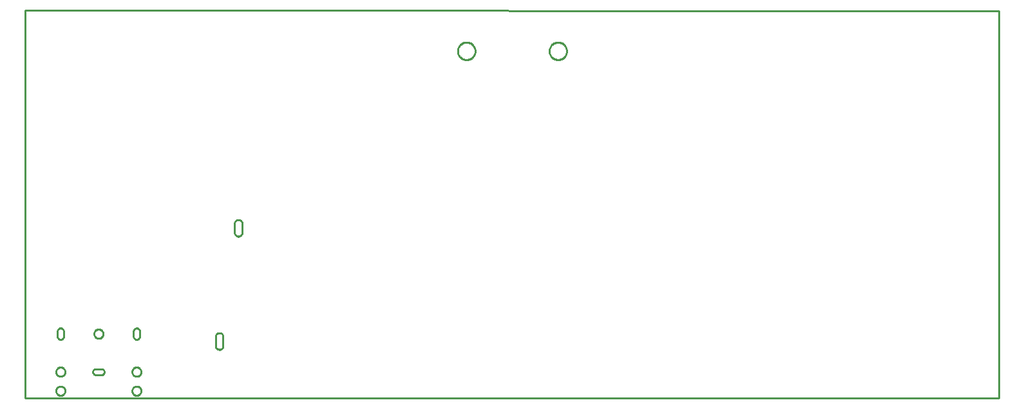
<source format=gbr>
G04 EAGLE Gerber RS-274X export*
G75*
%MOMM*%
%FSLAX34Y34*%
%LPD*%
%IN*%
%IPPOS*%
%AMOC8*
5,1,8,0,0,1.08239X$1,22.5*%
G01*
%ADD10C,0.254000*%


D10*
X0Y0D02*
X1280000Y0D01*
X1280000Y510000D01*
X0Y510630D01*
X0Y0D01*
X275000Y218184D02*
X275019Y217748D01*
X275076Y217316D01*
X275170Y216890D01*
X275302Y216474D01*
X275468Y216071D01*
X275670Y215684D01*
X275904Y215316D01*
X276170Y214970D01*
X276464Y214648D01*
X276786Y214354D01*
X277132Y214088D01*
X277500Y213854D01*
X277887Y213652D01*
X278290Y213486D01*
X278706Y213354D01*
X279132Y213260D01*
X279564Y213203D01*
X280000Y213184D01*
X280436Y213203D01*
X280868Y213260D01*
X281294Y213354D01*
X281710Y213486D01*
X282113Y213652D01*
X282500Y213854D01*
X282868Y214088D01*
X283214Y214354D01*
X283536Y214648D01*
X283830Y214970D01*
X284096Y215316D01*
X284330Y215684D01*
X284532Y216071D01*
X284698Y216474D01*
X284830Y216890D01*
X284924Y217316D01*
X284981Y217748D01*
X285000Y218184D01*
X285000Y230184D01*
X284981Y230620D01*
X284924Y231052D01*
X284830Y231478D01*
X284698Y231894D01*
X284532Y232297D01*
X284330Y232684D01*
X284096Y233052D01*
X283830Y233398D01*
X283536Y233720D01*
X283214Y234014D01*
X282868Y234280D01*
X282500Y234514D01*
X282113Y234716D01*
X281710Y234882D01*
X281294Y235014D01*
X280868Y235108D01*
X280436Y235165D01*
X280000Y235184D01*
X279564Y235165D01*
X279132Y235108D01*
X278706Y235014D01*
X278290Y234882D01*
X277887Y234716D01*
X277500Y234514D01*
X277132Y234280D01*
X276786Y234014D01*
X276464Y233720D01*
X276170Y233398D01*
X275904Y233052D01*
X275670Y232684D01*
X275468Y232297D01*
X275302Y231894D01*
X275170Y231478D01*
X275076Y231052D01*
X275019Y230620D01*
X275000Y230184D01*
X275000Y218184D01*
X250000Y69184D02*
X250019Y68748D01*
X250076Y68316D01*
X250170Y67890D01*
X250302Y67474D01*
X250468Y67071D01*
X250670Y66684D01*
X250904Y66316D01*
X251170Y65970D01*
X251464Y65648D01*
X251786Y65354D01*
X252132Y65088D01*
X252500Y64854D01*
X252887Y64652D01*
X253290Y64486D01*
X253706Y64354D01*
X254132Y64260D01*
X254564Y64203D01*
X255000Y64184D01*
X255436Y64203D01*
X255868Y64260D01*
X256294Y64354D01*
X256710Y64486D01*
X257113Y64652D01*
X257500Y64854D01*
X257868Y65088D01*
X258214Y65354D01*
X258536Y65648D01*
X258830Y65970D01*
X259096Y66316D01*
X259330Y66684D01*
X259532Y67071D01*
X259698Y67474D01*
X259830Y67890D01*
X259924Y68316D01*
X259981Y68748D01*
X260000Y69184D01*
X260000Y81184D01*
X259981Y81620D01*
X259924Y82052D01*
X259830Y82478D01*
X259698Y82894D01*
X259532Y83297D01*
X259330Y83684D01*
X259096Y84052D01*
X258830Y84398D01*
X258536Y84720D01*
X258214Y85014D01*
X257868Y85280D01*
X257500Y85514D01*
X257113Y85716D01*
X256710Y85882D01*
X256294Y86014D01*
X255868Y86108D01*
X255436Y86165D01*
X255000Y86184D01*
X254564Y86165D01*
X254132Y86108D01*
X253706Y86014D01*
X253290Y85882D01*
X252887Y85716D01*
X252500Y85514D01*
X252132Y85280D01*
X251786Y85014D01*
X251464Y84720D01*
X251170Y84398D01*
X250904Y84052D01*
X250670Y83684D01*
X250468Y83297D01*
X250302Y82894D01*
X250170Y82478D01*
X250076Y82052D01*
X250019Y81620D01*
X250000Y81184D01*
X250000Y69184D01*
X142260Y81298D02*
X142275Y80949D01*
X142321Y80603D01*
X142396Y80263D01*
X142501Y79930D01*
X142635Y79608D01*
X142796Y79298D01*
X142983Y79004D01*
X143196Y78727D01*
X143432Y78470D01*
X143689Y78234D01*
X143966Y78021D01*
X144260Y77834D01*
X144570Y77673D01*
X144892Y77539D01*
X145225Y77434D01*
X145565Y77359D01*
X145911Y77313D01*
X146260Y77298D01*
X146609Y77313D01*
X146955Y77359D01*
X147295Y77434D01*
X147628Y77539D01*
X147950Y77673D01*
X148260Y77834D01*
X148554Y78021D01*
X148831Y78234D01*
X149088Y78470D01*
X149324Y78727D01*
X149537Y79004D01*
X149724Y79298D01*
X149885Y79608D01*
X150019Y79930D01*
X150124Y80263D01*
X150199Y80603D01*
X150245Y80949D01*
X150260Y81298D01*
X150260Y88298D01*
X150245Y88647D01*
X150199Y88993D01*
X150124Y89333D01*
X150019Y89666D01*
X149885Y89988D01*
X149724Y90298D01*
X149537Y90592D01*
X149324Y90869D01*
X149088Y91126D01*
X148831Y91362D01*
X148554Y91575D01*
X148260Y91762D01*
X147950Y91923D01*
X147628Y92057D01*
X147295Y92162D01*
X146955Y92237D01*
X146609Y92283D01*
X146260Y92298D01*
X145911Y92283D01*
X145565Y92237D01*
X145225Y92162D01*
X144892Y92057D01*
X144570Y91923D01*
X144260Y91762D01*
X143966Y91575D01*
X143689Y91362D01*
X143432Y91126D01*
X143196Y90869D01*
X142983Y90592D01*
X142796Y90298D01*
X142635Y89988D01*
X142501Y89666D01*
X142396Y89333D01*
X142321Y88993D01*
X142275Y88647D01*
X142260Y88298D01*
X142260Y81298D01*
X42260Y81298D02*
X42275Y80949D01*
X42321Y80603D01*
X42396Y80263D01*
X42501Y79930D01*
X42635Y79608D01*
X42796Y79298D01*
X42983Y79004D01*
X43196Y78727D01*
X43432Y78470D01*
X43689Y78234D01*
X43966Y78021D01*
X44260Y77834D01*
X44570Y77673D01*
X44892Y77539D01*
X45225Y77434D01*
X45565Y77359D01*
X45911Y77313D01*
X46260Y77298D01*
X46609Y77313D01*
X46955Y77359D01*
X47295Y77434D01*
X47628Y77539D01*
X47950Y77673D01*
X48260Y77834D01*
X48554Y78021D01*
X48831Y78234D01*
X49088Y78470D01*
X49324Y78727D01*
X49537Y79004D01*
X49724Y79298D01*
X49885Y79608D01*
X50019Y79930D01*
X50124Y80263D01*
X50199Y80603D01*
X50245Y80949D01*
X50260Y81298D01*
X50260Y88298D01*
X50245Y88647D01*
X50199Y88993D01*
X50124Y89333D01*
X50019Y89666D01*
X49885Y89988D01*
X49724Y90298D01*
X49537Y90592D01*
X49324Y90869D01*
X49088Y91126D01*
X48831Y91362D01*
X48554Y91575D01*
X48260Y91762D01*
X47950Y91923D01*
X47628Y92057D01*
X47295Y92162D01*
X46955Y92237D01*
X46609Y92283D01*
X46260Y92298D01*
X45911Y92283D01*
X45565Y92237D01*
X45225Y92162D01*
X44892Y92057D01*
X44570Y91923D01*
X44260Y91762D01*
X43966Y91575D01*
X43689Y91362D01*
X43432Y91126D01*
X43196Y90869D01*
X42983Y90592D01*
X42796Y90298D01*
X42635Y89988D01*
X42501Y89666D01*
X42396Y89333D01*
X42321Y88993D01*
X42275Y88647D01*
X42260Y88298D01*
X42260Y81298D01*
X88760Y34798D02*
X88775Y34449D01*
X88821Y34103D01*
X88896Y33763D01*
X89001Y33430D01*
X89135Y33108D01*
X89296Y32798D01*
X89483Y32504D01*
X89696Y32227D01*
X89932Y31970D01*
X90189Y31734D01*
X90466Y31521D01*
X90760Y31334D01*
X91070Y31173D01*
X91392Y31039D01*
X91725Y30934D01*
X92065Y30859D01*
X92411Y30813D01*
X92760Y30798D01*
X99760Y30798D01*
X100109Y30813D01*
X100455Y30859D01*
X100795Y30934D01*
X101128Y31039D01*
X101450Y31173D01*
X101760Y31334D01*
X102054Y31521D01*
X102331Y31734D01*
X102588Y31970D01*
X102824Y32227D01*
X103037Y32504D01*
X103224Y32798D01*
X103385Y33108D01*
X103519Y33430D01*
X103624Y33763D01*
X103699Y34103D01*
X103745Y34449D01*
X103760Y34798D01*
X103745Y35147D01*
X103699Y35493D01*
X103624Y35833D01*
X103519Y36166D01*
X103385Y36488D01*
X103224Y36798D01*
X103037Y37092D01*
X102824Y37369D01*
X102588Y37626D01*
X102331Y37862D01*
X102054Y38075D01*
X101760Y38262D01*
X101450Y38423D01*
X101128Y38557D01*
X100795Y38662D01*
X100455Y38737D01*
X100109Y38783D01*
X99760Y38798D01*
X92760Y38798D01*
X92411Y38783D01*
X92065Y38737D01*
X91725Y38662D01*
X91392Y38557D01*
X91070Y38423D01*
X90760Y38262D01*
X90466Y38075D01*
X90189Y37862D01*
X89932Y37626D01*
X89696Y37369D01*
X89483Y37092D01*
X89296Y36798D01*
X89135Y36488D01*
X89001Y36166D01*
X88896Y35833D01*
X88821Y35493D01*
X88775Y35147D01*
X88760Y34798D01*
X688700Y457652D02*
X688771Y458553D01*
X688912Y459445D01*
X689123Y460324D01*
X689402Y461183D01*
X689748Y462018D01*
X690159Y462823D01*
X690631Y463594D01*
X691162Y464325D01*
X691749Y465012D01*
X692388Y465651D01*
X693075Y466238D01*
X693806Y466769D01*
X694577Y467241D01*
X695382Y467652D01*
X696217Y467998D01*
X697076Y468277D01*
X697955Y468488D01*
X698847Y468629D01*
X699748Y468700D01*
X700652Y468700D01*
X701553Y468629D01*
X702445Y468488D01*
X703324Y468277D01*
X704183Y467998D01*
X705018Y467652D01*
X705823Y467241D01*
X706594Y466769D01*
X707325Y466238D01*
X708012Y465651D01*
X708651Y465012D01*
X709238Y464325D01*
X709769Y463594D01*
X710241Y462823D01*
X710652Y462018D01*
X710998Y461183D01*
X711277Y460324D01*
X711488Y459445D01*
X711629Y458553D01*
X711700Y457652D01*
X711700Y456748D01*
X711629Y455847D01*
X711488Y454955D01*
X711277Y454076D01*
X710998Y453217D01*
X710652Y452382D01*
X710241Y451577D01*
X709769Y450806D01*
X709238Y450075D01*
X708651Y449388D01*
X708012Y448749D01*
X707325Y448162D01*
X706594Y447631D01*
X705823Y447159D01*
X705018Y446748D01*
X704183Y446402D01*
X703324Y446123D01*
X702445Y445912D01*
X701553Y445771D01*
X700652Y445700D01*
X699748Y445700D01*
X698847Y445771D01*
X697955Y445912D01*
X697076Y446123D01*
X696217Y446402D01*
X695382Y446748D01*
X694577Y447159D01*
X693806Y447631D01*
X693075Y448162D01*
X692388Y448749D01*
X691749Y449388D01*
X691162Y450075D01*
X690631Y450806D01*
X690159Y451577D01*
X689748Y452382D01*
X689402Y453217D01*
X689123Y454076D01*
X688912Y454955D01*
X688771Y455847D01*
X688700Y456748D01*
X688700Y457652D01*
X568300Y457652D02*
X568371Y458553D01*
X568512Y459445D01*
X568723Y460324D01*
X569002Y461183D01*
X569348Y462018D01*
X569759Y462823D01*
X570231Y463594D01*
X570762Y464325D01*
X571349Y465012D01*
X571988Y465651D01*
X572675Y466238D01*
X573406Y466769D01*
X574177Y467241D01*
X574982Y467652D01*
X575817Y467998D01*
X576676Y468277D01*
X577555Y468488D01*
X578447Y468629D01*
X579348Y468700D01*
X580252Y468700D01*
X581153Y468629D01*
X582045Y468488D01*
X582924Y468277D01*
X583783Y467998D01*
X584618Y467652D01*
X585423Y467241D01*
X586194Y466769D01*
X586925Y466238D01*
X587612Y465651D01*
X588251Y465012D01*
X588838Y464325D01*
X589369Y463594D01*
X589841Y462823D01*
X590252Y462018D01*
X590598Y461183D01*
X590877Y460324D01*
X591088Y459445D01*
X591229Y458553D01*
X591300Y457652D01*
X591300Y456748D01*
X591229Y455847D01*
X591088Y454955D01*
X590877Y454076D01*
X590598Y453217D01*
X590252Y452382D01*
X589841Y451577D01*
X589369Y450806D01*
X588838Y450075D01*
X588251Y449388D01*
X587612Y448749D01*
X586925Y448162D01*
X586194Y447631D01*
X585423Y447159D01*
X584618Y446748D01*
X583783Y446402D01*
X582924Y446123D01*
X582045Y445912D01*
X581153Y445771D01*
X580252Y445700D01*
X579348Y445700D01*
X578447Y445771D01*
X577555Y445912D01*
X576676Y446123D01*
X575817Y446402D01*
X574982Y446748D01*
X574177Y447159D01*
X573406Y447631D01*
X572675Y448162D01*
X571988Y448749D01*
X571349Y449388D01*
X570762Y450075D01*
X570231Y450806D01*
X569759Y451577D01*
X569348Y452382D01*
X569002Y453217D01*
X568723Y454076D01*
X568512Y454955D01*
X568371Y455847D01*
X568300Y456748D01*
X568300Y457652D01*
X52260Y9461D02*
X52185Y8791D01*
X52035Y8134D01*
X51812Y7498D01*
X51520Y6891D01*
X51161Y6321D01*
X50741Y5794D01*
X50264Y5317D01*
X49738Y4897D01*
X49167Y4538D01*
X48560Y4246D01*
X47924Y4023D01*
X47267Y3873D01*
X46597Y3798D01*
X45923Y3798D01*
X45253Y3873D01*
X44596Y4023D01*
X43960Y4246D01*
X43353Y4538D01*
X42783Y4897D01*
X42256Y5317D01*
X41779Y5794D01*
X41359Y6321D01*
X41000Y6891D01*
X40708Y7498D01*
X40485Y8134D01*
X40335Y8791D01*
X40260Y9461D01*
X40260Y10135D01*
X40335Y10805D01*
X40485Y11462D01*
X40708Y12098D01*
X41000Y12705D01*
X41359Y13276D01*
X41779Y13802D01*
X42256Y14279D01*
X42783Y14699D01*
X43353Y15058D01*
X43960Y15350D01*
X44596Y15573D01*
X45253Y15723D01*
X45923Y15798D01*
X46597Y15798D01*
X47267Y15723D01*
X47924Y15573D01*
X48560Y15350D01*
X49167Y15058D01*
X49738Y14699D01*
X50264Y14279D01*
X50741Y13802D01*
X51161Y13276D01*
X51520Y12705D01*
X51812Y12098D01*
X52035Y11462D01*
X52185Y10805D01*
X52260Y10135D01*
X52260Y9461D01*
X52260Y34461D02*
X52185Y33791D01*
X52035Y33134D01*
X51812Y32498D01*
X51520Y31891D01*
X51161Y31321D01*
X50741Y30794D01*
X50264Y30317D01*
X49738Y29897D01*
X49167Y29538D01*
X48560Y29246D01*
X47924Y29023D01*
X47267Y28873D01*
X46597Y28798D01*
X45923Y28798D01*
X45253Y28873D01*
X44596Y29023D01*
X43960Y29246D01*
X43353Y29538D01*
X42783Y29897D01*
X42256Y30317D01*
X41779Y30794D01*
X41359Y31321D01*
X41000Y31891D01*
X40708Y32498D01*
X40485Y33134D01*
X40335Y33791D01*
X40260Y34461D01*
X40260Y35135D01*
X40335Y35805D01*
X40485Y36462D01*
X40708Y37098D01*
X41000Y37705D01*
X41359Y38276D01*
X41779Y38802D01*
X42256Y39279D01*
X42783Y39699D01*
X43353Y40058D01*
X43960Y40350D01*
X44596Y40573D01*
X45253Y40723D01*
X45923Y40798D01*
X46597Y40798D01*
X47267Y40723D01*
X47924Y40573D01*
X48560Y40350D01*
X49167Y40058D01*
X49738Y39699D01*
X50264Y39279D01*
X50741Y38802D01*
X51161Y38276D01*
X51520Y37705D01*
X51812Y37098D01*
X52035Y36462D01*
X52185Y35805D01*
X52260Y35135D01*
X52260Y34461D01*
X102260Y84461D02*
X102185Y83791D01*
X102035Y83134D01*
X101812Y82498D01*
X101520Y81891D01*
X101161Y81321D01*
X100741Y80794D01*
X100264Y80317D01*
X99738Y79897D01*
X99167Y79538D01*
X98560Y79246D01*
X97924Y79023D01*
X97267Y78873D01*
X96597Y78798D01*
X95923Y78798D01*
X95253Y78873D01*
X94596Y79023D01*
X93960Y79246D01*
X93353Y79538D01*
X92783Y79897D01*
X92256Y80317D01*
X91779Y80794D01*
X91359Y81321D01*
X91000Y81891D01*
X90708Y82498D01*
X90485Y83134D01*
X90335Y83791D01*
X90260Y84461D01*
X90260Y85135D01*
X90335Y85805D01*
X90485Y86462D01*
X90708Y87098D01*
X91000Y87705D01*
X91359Y88276D01*
X91779Y88802D01*
X92256Y89279D01*
X92783Y89699D01*
X93353Y90058D01*
X93960Y90350D01*
X94596Y90573D01*
X95253Y90723D01*
X95923Y90798D01*
X96597Y90798D01*
X97267Y90723D01*
X97924Y90573D01*
X98560Y90350D01*
X99167Y90058D01*
X99738Y89699D01*
X100264Y89279D01*
X100741Y88802D01*
X101161Y88276D01*
X101520Y87705D01*
X101812Y87098D01*
X102035Y86462D01*
X102185Y85805D01*
X102260Y85135D01*
X102260Y84461D01*
X152260Y9461D02*
X152185Y8791D01*
X152035Y8134D01*
X151812Y7498D01*
X151520Y6891D01*
X151161Y6321D01*
X150741Y5794D01*
X150264Y5317D01*
X149738Y4897D01*
X149167Y4538D01*
X148560Y4246D01*
X147924Y4023D01*
X147267Y3873D01*
X146597Y3798D01*
X145923Y3798D01*
X145253Y3873D01*
X144596Y4023D01*
X143960Y4246D01*
X143353Y4538D01*
X142783Y4897D01*
X142256Y5317D01*
X141779Y5794D01*
X141359Y6321D01*
X141000Y6891D01*
X140708Y7498D01*
X140485Y8134D01*
X140335Y8791D01*
X140260Y9461D01*
X140260Y10135D01*
X140335Y10805D01*
X140485Y11462D01*
X140708Y12098D01*
X141000Y12705D01*
X141359Y13276D01*
X141779Y13802D01*
X142256Y14279D01*
X142783Y14699D01*
X143353Y15058D01*
X143960Y15350D01*
X144596Y15573D01*
X145253Y15723D01*
X145923Y15798D01*
X146597Y15798D01*
X147267Y15723D01*
X147924Y15573D01*
X148560Y15350D01*
X149167Y15058D01*
X149738Y14699D01*
X150264Y14279D01*
X150741Y13802D01*
X151161Y13276D01*
X151520Y12705D01*
X151812Y12098D01*
X152035Y11462D01*
X152185Y10805D01*
X152260Y10135D01*
X152260Y9461D01*
X152260Y34461D02*
X152185Y33791D01*
X152035Y33134D01*
X151812Y32498D01*
X151520Y31891D01*
X151161Y31321D01*
X150741Y30794D01*
X150264Y30317D01*
X149738Y29897D01*
X149167Y29538D01*
X148560Y29246D01*
X147924Y29023D01*
X147267Y28873D01*
X146597Y28798D01*
X145923Y28798D01*
X145253Y28873D01*
X144596Y29023D01*
X143960Y29246D01*
X143353Y29538D01*
X142783Y29897D01*
X142256Y30317D01*
X141779Y30794D01*
X141359Y31321D01*
X141000Y31891D01*
X140708Y32498D01*
X140485Y33134D01*
X140335Y33791D01*
X140260Y34461D01*
X140260Y35135D01*
X140335Y35805D01*
X140485Y36462D01*
X140708Y37098D01*
X141000Y37705D01*
X141359Y38276D01*
X141779Y38802D01*
X142256Y39279D01*
X142783Y39699D01*
X143353Y40058D01*
X143960Y40350D01*
X144596Y40573D01*
X145253Y40723D01*
X145923Y40798D01*
X146597Y40798D01*
X147267Y40723D01*
X147924Y40573D01*
X148560Y40350D01*
X149167Y40058D01*
X149738Y39699D01*
X150264Y39279D01*
X150741Y38802D01*
X151161Y38276D01*
X151520Y37705D01*
X151812Y37098D01*
X152035Y36462D01*
X152185Y35805D01*
X152260Y35135D01*
X152260Y34461D01*
M02*

</source>
